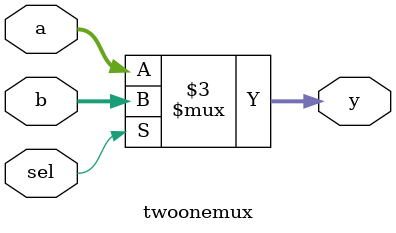
<source format=v>
module twoonemux #(parameter SIZE = 16) (input [SIZE-1:0] a,b, 
				  input sel, 
				  output reg [SIZE-1:0] y);
				  
always @*
	begin
		case (sel)
			1'd1 :  y = b;
			default : y = a;
		endcase
	end
	
endmodule
</source>
